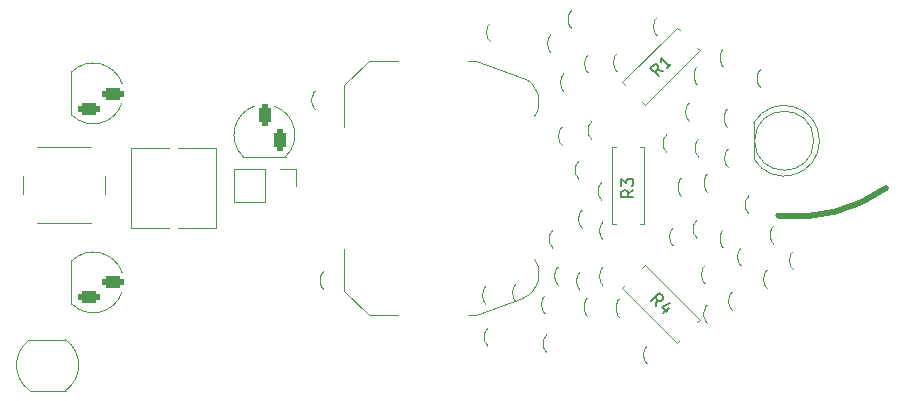
<source format=gto>
G04 #@! TF.GenerationSoftware,KiCad,Pcbnew,9.0.2-2.fc42*
G04 #@! TF.CreationDate,2025-06-29T00:33:01+02:00*
G04 #@! TF.ProjectId,hack_solder,6861636b-5f73-46f6-9c64-65722e6b6963,rev?*
G04 #@! TF.SameCoordinates,Original*
G04 #@! TF.FileFunction,Legend,Top*
G04 #@! TF.FilePolarity,Positive*
%FSLAX46Y46*%
G04 Gerber Fmt 4.6, Leading zero omitted, Abs format (unit mm)*
G04 Created by KiCad (PCBNEW 9.0.2-2.fc42) date 2025-06-29 00:33:01*
%MOMM*%
%LPD*%
G01*
G04 APERTURE LIST*
G04 Aperture macros list*
%AMRoundRect*
0 Rectangle with rounded corners*
0 $1 Rounding radius*
0 $2 $3 $4 $5 $6 $7 $8 $9 X,Y pos of 4 corners*
0 Add a 4 corners polygon primitive as box body*
4,1,4,$2,$3,$4,$5,$6,$7,$8,$9,$2,$3,0*
0 Add four circle primitives for the rounded corners*
1,1,$1+$1,$2,$3*
1,1,$1+$1,$4,$5*
1,1,$1+$1,$6,$7*
1,1,$1+$1,$8,$9*
0 Add four rect primitives between the rounded corners*
20,1,$1+$1,$2,$3,$4,$5,0*
20,1,$1+$1,$4,$5,$6,$7,0*
20,1,$1+$1,$6,$7,$8,$9,0*
20,1,$1+$1,$8,$9,$2,$3,0*%
G04 Aperture macros list end*
%ADD10C,0.500000*%
%ADD11C,0.100000*%
%ADD12C,0.150000*%
%ADD13C,0.120000*%
%ADD14C,1.440000*%
%ADD15C,7.000000*%
%ADD16C,1.600000*%
%ADD17R,5.080000X1.270000*%
%ADD18C,17.800000*%
%ADD19C,1.500000*%
%ADD20C,2.000000*%
%ADD21R,1.800000X1.100000*%
%ADD22RoundRect,0.275000X-0.625000X0.275000X-0.625000X-0.275000X0.625000X-0.275000X0.625000X0.275000X0*%
%ADD23R,1.100000X1.800000*%
%ADD24RoundRect,0.275000X-0.275000X-0.625000X0.275000X-0.625000X0.275000X0.625000X-0.275000X0.625000X0*%
%ADD25R,1.700000X1.700000*%
%ADD26C,1.700000*%
%ADD27R,1.800000X1.800000*%
%ADD28C,1.800000*%
G04 APERTURE END LIST*
D10*
X87350000Y-50000000D02*
G75*
G02*
X78230115Y-52336102I-7600000J10700000D01*
G01*
D11*
X67926785Y-37053371D02*
X67879166Y-37005752D01*
X67879166Y-37005752D02*
X67783928Y-36862895D01*
X67783928Y-36862895D02*
X67736309Y-36767657D01*
X67736309Y-36767657D02*
X67688690Y-36624800D01*
X67688690Y-36624800D02*
X67641071Y-36386704D01*
X67641071Y-36386704D02*
X67641071Y-36196228D01*
X67641071Y-36196228D02*
X67688690Y-35958133D01*
X67688690Y-35958133D02*
X67736309Y-35815276D01*
X67736309Y-35815276D02*
X67783928Y-35720038D01*
X67783928Y-35720038D02*
X67879166Y-35577180D01*
X67879166Y-35577180D02*
X67926785Y-35529561D01*
X62039598Y-60803371D02*
X61991979Y-60755752D01*
X61991979Y-60755752D02*
X61896741Y-60612895D01*
X61896741Y-60612895D02*
X61849122Y-60517657D01*
X61849122Y-60517657D02*
X61801503Y-60374800D01*
X61801503Y-60374800D02*
X61753884Y-60136704D01*
X61753884Y-60136704D02*
X61753884Y-59946228D01*
X61753884Y-59946228D02*
X61801503Y-59708133D01*
X61801503Y-59708133D02*
X61849122Y-59565276D01*
X61849122Y-59565276D02*
X61896741Y-59470038D01*
X61896741Y-59470038D02*
X61991979Y-59327180D01*
X61991979Y-59327180D02*
X62039598Y-59279561D01*
X58589598Y-63903371D02*
X58541979Y-63855752D01*
X58541979Y-63855752D02*
X58446741Y-63712895D01*
X58446741Y-63712895D02*
X58399122Y-63617657D01*
X58399122Y-63617657D02*
X58351503Y-63474800D01*
X58351503Y-63474800D02*
X58303884Y-63236704D01*
X58303884Y-63236704D02*
X58303884Y-63046228D01*
X58303884Y-63046228D02*
X58351503Y-62808133D01*
X58351503Y-62808133D02*
X58399122Y-62665276D01*
X58399122Y-62665276D02*
X58446741Y-62570038D01*
X58446741Y-62570038D02*
X58541979Y-62427180D01*
X58541979Y-62427180D02*
X58589598Y-62379561D01*
X53589598Y-63353371D02*
X53541979Y-63305752D01*
X53541979Y-63305752D02*
X53446741Y-63162895D01*
X53446741Y-63162895D02*
X53399122Y-63067657D01*
X53399122Y-63067657D02*
X53351503Y-62924800D01*
X53351503Y-62924800D02*
X53303884Y-62686704D01*
X53303884Y-62686704D02*
X53303884Y-62496228D01*
X53303884Y-62496228D02*
X53351503Y-62258133D01*
X53351503Y-62258133D02*
X53399122Y-62115276D01*
X53399122Y-62115276D02*
X53446741Y-62020038D01*
X53446741Y-62020038D02*
X53541979Y-61877180D01*
X53541979Y-61877180D02*
X53589598Y-61829561D01*
X72176497Y-61402797D02*
X72128878Y-61355178D01*
X72128878Y-61355178D02*
X72033640Y-61212321D01*
X72033640Y-61212321D02*
X71986021Y-61117083D01*
X71986021Y-61117083D02*
X71938402Y-60974226D01*
X71938402Y-60974226D02*
X71890783Y-60736130D01*
X71890783Y-60736130D02*
X71890783Y-60545654D01*
X71890783Y-60545654D02*
X71938402Y-60307559D01*
X71938402Y-60307559D02*
X71986021Y-60164702D01*
X71986021Y-60164702D02*
X72033640Y-60069464D01*
X72033640Y-60069464D02*
X72128878Y-59926606D01*
X72128878Y-59926606D02*
X72176497Y-59878987D01*
X62089598Y-40203371D02*
X62041979Y-40155752D01*
X62041979Y-40155752D02*
X61946741Y-40012895D01*
X61946741Y-40012895D02*
X61899122Y-39917657D01*
X61899122Y-39917657D02*
X61851503Y-39774800D01*
X61851503Y-39774800D02*
X61803884Y-39536704D01*
X61803884Y-39536704D02*
X61803884Y-39346228D01*
X61803884Y-39346228D02*
X61851503Y-39108133D01*
X61851503Y-39108133D02*
X61899122Y-38965276D01*
X61899122Y-38965276D02*
X61946741Y-38870038D01*
X61946741Y-38870038D02*
X62041979Y-38727180D01*
X62041979Y-38727180D02*
X62089598Y-38679561D01*
X69989598Y-50653371D02*
X69941979Y-50605752D01*
X69941979Y-50605752D02*
X69846741Y-50462895D01*
X69846741Y-50462895D02*
X69799122Y-50367657D01*
X69799122Y-50367657D02*
X69751503Y-50224800D01*
X69751503Y-50224800D02*
X69703884Y-49986704D01*
X69703884Y-49986704D02*
X69703884Y-49796228D01*
X69703884Y-49796228D02*
X69751503Y-49558133D01*
X69751503Y-49558133D02*
X69799122Y-49415276D01*
X69799122Y-49415276D02*
X69846741Y-49320038D01*
X69846741Y-49320038D02*
X69941979Y-49177180D01*
X69941979Y-49177180D02*
X69989598Y-49129561D01*
X71339598Y-41203371D02*
X71291979Y-41155752D01*
X71291979Y-41155752D02*
X71196741Y-41012895D01*
X71196741Y-41012895D02*
X71149122Y-40917657D01*
X71149122Y-40917657D02*
X71101503Y-40774800D01*
X71101503Y-40774800D02*
X71053884Y-40536704D01*
X71053884Y-40536704D02*
X71053884Y-40346228D01*
X71053884Y-40346228D02*
X71101503Y-40108133D01*
X71101503Y-40108133D02*
X71149122Y-39965276D01*
X71149122Y-39965276D02*
X71196741Y-39870038D01*
X71196741Y-39870038D02*
X71291979Y-39727180D01*
X71291979Y-39727180D02*
X71339598Y-39679561D01*
X68739598Y-46953371D02*
X68691979Y-46905752D01*
X68691979Y-46905752D02*
X68596741Y-46762895D01*
X68596741Y-46762895D02*
X68549122Y-46667657D01*
X68549122Y-46667657D02*
X68501503Y-46524800D01*
X68501503Y-46524800D02*
X68453884Y-46286704D01*
X68453884Y-46286704D02*
X68453884Y-46096228D01*
X68453884Y-46096228D02*
X68501503Y-45858133D01*
X68501503Y-45858133D02*
X68549122Y-45715276D01*
X68549122Y-45715276D02*
X68596741Y-45620038D01*
X68596741Y-45620038D02*
X68691979Y-45477180D01*
X68691979Y-45477180D02*
X68739598Y-45429561D01*
X63239598Y-51003371D02*
X63191979Y-50955752D01*
X63191979Y-50955752D02*
X63096741Y-50812895D01*
X63096741Y-50812895D02*
X63049122Y-50717657D01*
X63049122Y-50717657D02*
X63001503Y-50574800D01*
X63001503Y-50574800D02*
X62953884Y-50336704D01*
X62953884Y-50336704D02*
X62953884Y-50146228D01*
X62953884Y-50146228D02*
X63001503Y-49908133D01*
X63001503Y-49908133D02*
X63049122Y-49765276D01*
X63049122Y-49765276D02*
X63096741Y-49670038D01*
X63096741Y-49670038D02*
X63191979Y-49527180D01*
X63191979Y-49527180D02*
X63239598Y-49479561D01*
X58439598Y-60603371D02*
X58391979Y-60555752D01*
X58391979Y-60555752D02*
X58296741Y-60412895D01*
X58296741Y-60412895D02*
X58249122Y-60317657D01*
X58249122Y-60317657D02*
X58201503Y-60174800D01*
X58201503Y-60174800D02*
X58153884Y-59936704D01*
X58153884Y-59936704D02*
X58153884Y-59746228D01*
X58153884Y-59746228D02*
X58201503Y-59508133D01*
X58201503Y-59508133D02*
X58249122Y-59365276D01*
X58249122Y-59365276D02*
X58296741Y-59270038D01*
X58296741Y-59270038D02*
X58391979Y-59127180D01*
X58391979Y-59127180D02*
X58439598Y-59079561D01*
X55989598Y-59593371D02*
X55941979Y-59545752D01*
X55941979Y-59545752D02*
X55846741Y-59402895D01*
X55846741Y-59402895D02*
X55799122Y-59307657D01*
X55799122Y-59307657D02*
X55751503Y-59164800D01*
X55751503Y-59164800D02*
X55703884Y-58926704D01*
X55703884Y-58926704D02*
X55703884Y-58736228D01*
X55703884Y-58736228D02*
X55751503Y-58498133D01*
X55751503Y-58498133D02*
X55799122Y-58355276D01*
X55799122Y-58355276D02*
X55846741Y-58260038D01*
X55846741Y-58260038D02*
X55941979Y-58117180D01*
X55941979Y-58117180D02*
X55989598Y-58069561D01*
X58939598Y-38503371D02*
X58891979Y-38455752D01*
X58891979Y-38455752D02*
X58796741Y-38312895D01*
X58796741Y-38312895D02*
X58749122Y-38217657D01*
X58749122Y-38217657D02*
X58701503Y-38074800D01*
X58701503Y-38074800D02*
X58653884Y-37836704D01*
X58653884Y-37836704D02*
X58653884Y-37646228D01*
X58653884Y-37646228D02*
X58701503Y-37408133D01*
X58701503Y-37408133D02*
X58749122Y-37265276D01*
X58749122Y-37265276D02*
X58796741Y-37170038D01*
X58796741Y-37170038D02*
X58891979Y-37027180D01*
X58891979Y-37027180D02*
X58939598Y-36979561D01*
X77789598Y-54703371D02*
X77741979Y-54655752D01*
X77741979Y-54655752D02*
X77646741Y-54512895D01*
X77646741Y-54512895D02*
X77599122Y-54417657D01*
X77599122Y-54417657D02*
X77551503Y-54274800D01*
X77551503Y-54274800D02*
X77503884Y-54036704D01*
X77503884Y-54036704D02*
X77503884Y-53846228D01*
X77503884Y-53846228D02*
X77551503Y-53608133D01*
X77551503Y-53608133D02*
X77599122Y-53465276D01*
X77599122Y-53465276D02*
X77646741Y-53370038D01*
X77646741Y-53370038D02*
X77741979Y-53227180D01*
X77741979Y-53227180D02*
X77789598Y-53179561D01*
X63339598Y-54353371D02*
X63291979Y-54305752D01*
X63291979Y-54305752D02*
X63196741Y-54162895D01*
X63196741Y-54162895D02*
X63149122Y-54067657D01*
X63149122Y-54067657D02*
X63101503Y-53924800D01*
X63101503Y-53924800D02*
X63053884Y-53686704D01*
X63053884Y-53686704D02*
X63053884Y-53496228D01*
X63053884Y-53496228D02*
X63101503Y-53258133D01*
X63101503Y-53258133D02*
X63149122Y-53115276D01*
X63149122Y-53115276D02*
X63196741Y-53020038D01*
X63196741Y-53020038D02*
X63291979Y-52877180D01*
X63291979Y-52877180D02*
X63339598Y-52829561D01*
X64739598Y-60903371D02*
X64691979Y-60855752D01*
X64691979Y-60855752D02*
X64596741Y-60712895D01*
X64596741Y-60712895D02*
X64549122Y-60617657D01*
X64549122Y-60617657D02*
X64501503Y-60474800D01*
X64501503Y-60474800D02*
X64453884Y-60236704D01*
X64453884Y-60236704D02*
X64453884Y-60046228D01*
X64453884Y-60046228D02*
X64501503Y-59808133D01*
X64501503Y-59808133D02*
X64549122Y-59665276D01*
X64549122Y-59665276D02*
X64596741Y-59570038D01*
X64596741Y-59570038D02*
X64691979Y-59427180D01*
X64691979Y-59427180D02*
X64739598Y-59379561D01*
X73539598Y-55003371D02*
X73491979Y-54955752D01*
X73491979Y-54955752D02*
X73396741Y-54812895D01*
X73396741Y-54812895D02*
X73349122Y-54717657D01*
X73349122Y-54717657D02*
X73301503Y-54574800D01*
X73301503Y-54574800D02*
X73253884Y-54336704D01*
X73253884Y-54336704D02*
X73253884Y-54146228D01*
X73253884Y-54146228D02*
X73301503Y-53908133D01*
X73301503Y-53908133D02*
X73349122Y-53765276D01*
X73349122Y-53765276D02*
X73396741Y-53670038D01*
X73396741Y-53670038D02*
X73491979Y-53527180D01*
X73491979Y-53527180D02*
X73539598Y-53479561D01*
X71439598Y-47353371D02*
X71391979Y-47305752D01*
X71391979Y-47305752D02*
X71296741Y-47162895D01*
X71296741Y-47162895D02*
X71249122Y-47067657D01*
X71249122Y-47067657D02*
X71201503Y-46924800D01*
X71201503Y-46924800D02*
X71153884Y-46686704D01*
X71153884Y-46686704D02*
X71153884Y-46496228D01*
X71153884Y-46496228D02*
X71201503Y-46258133D01*
X71201503Y-46258133D02*
X71249122Y-46115276D01*
X71249122Y-46115276D02*
X71296741Y-46020038D01*
X71296741Y-46020038D02*
X71391979Y-45877180D01*
X71391979Y-45877180D02*
X71439598Y-45829561D01*
X71989598Y-58053371D02*
X71941979Y-58005752D01*
X71941979Y-58005752D02*
X71846741Y-57862895D01*
X71846741Y-57862895D02*
X71799122Y-57767657D01*
X71799122Y-57767657D02*
X71751503Y-57624800D01*
X71751503Y-57624800D02*
X71703884Y-57386704D01*
X71703884Y-57386704D02*
X71703884Y-57196228D01*
X71703884Y-57196228D02*
X71751503Y-56958133D01*
X71751503Y-56958133D02*
X71799122Y-56815276D01*
X71799122Y-56815276D02*
X71846741Y-56720038D01*
X71846741Y-56720038D02*
X71941979Y-56577180D01*
X71941979Y-56577180D02*
X71989598Y-56529561D01*
X59089598Y-55053371D02*
X59041979Y-55005752D01*
X59041979Y-55005752D02*
X58946741Y-54862895D01*
X58946741Y-54862895D02*
X58899122Y-54767657D01*
X58899122Y-54767657D02*
X58851503Y-54624800D01*
X58851503Y-54624800D02*
X58803884Y-54386704D01*
X58803884Y-54386704D02*
X58803884Y-54196228D01*
X58803884Y-54196228D02*
X58851503Y-53958133D01*
X58851503Y-53958133D02*
X58899122Y-53815276D01*
X58899122Y-53815276D02*
X58946741Y-53720038D01*
X58946741Y-53720038D02*
X59041979Y-53577180D01*
X59041979Y-53577180D02*
X59089598Y-53529561D01*
X73539598Y-39703371D02*
X73491979Y-39655752D01*
X73491979Y-39655752D02*
X73396741Y-39512895D01*
X73396741Y-39512895D02*
X73349122Y-39417657D01*
X73349122Y-39417657D02*
X73301503Y-39274800D01*
X73301503Y-39274800D02*
X73253884Y-39036704D01*
X73253884Y-39036704D02*
X73253884Y-38846228D01*
X73253884Y-38846228D02*
X73301503Y-38608133D01*
X73301503Y-38608133D02*
X73349122Y-38465276D01*
X73349122Y-38465276D02*
X73396741Y-38370038D01*
X73396741Y-38370038D02*
X73491979Y-38227180D01*
X73491979Y-38227180D02*
X73539598Y-38179561D01*
X69289598Y-54853371D02*
X69241979Y-54805752D01*
X69241979Y-54805752D02*
X69146741Y-54662895D01*
X69146741Y-54662895D02*
X69099122Y-54567657D01*
X69099122Y-54567657D02*
X69051503Y-54424800D01*
X69051503Y-54424800D02*
X69003884Y-54186704D01*
X69003884Y-54186704D02*
X69003884Y-53996228D01*
X69003884Y-53996228D02*
X69051503Y-53758133D01*
X69051503Y-53758133D02*
X69099122Y-53615276D01*
X69099122Y-53615276D02*
X69146741Y-53520038D01*
X69146741Y-53520038D02*
X69241979Y-53377180D01*
X69241979Y-53377180D02*
X69289598Y-53329561D01*
X38989598Y-43303371D02*
X38941979Y-43255752D01*
X38941979Y-43255752D02*
X38846741Y-43112895D01*
X38846741Y-43112895D02*
X38799122Y-43017657D01*
X38799122Y-43017657D02*
X38751503Y-42874800D01*
X38751503Y-42874800D02*
X38703884Y-42636704D01*
X38703884Y-42636704D02*
X38703884Y-42446228D01*
X38703884Y-42446228D02*
X38751503Y-42208133D01*
X38751503Y-42208133D02*
X38799122Y-42065276D01*
X38799122Y-42065276D02*
X38846741Y-41970038D01*
X38846741Y-41970038D02*
X38941979Y-41827180D01*
X38941979Y-41827180D02*
X38989598Y-41779561D01*
X61589598Y-53353371D02*
X61541979Y-53305752D01*
X61541979Y-53305752D02*
X61446741Y-53162895D01*
X61446741Y-53162895D02*
X61399122Y-53067657D01*
X61399122Y-53067657D02*
X61351503Y-52924800D01*
X61351503Y-52924800D02*
X61303884Y-52686704D01*
X61303884Y-52686704D02*
X61303884Y-52496228D01*
X61303884Y-52496228D02*
X61351503Y-52258133D01*
X61351503Y-52258133D02*
X61399122Y-52115276D01*
X61399122Y-52115276D02*
X61446741Y-52020038D01*
X61446741Y-52020038D02*
X61541979Y-51877180D01*
X61541979Y-51877180D02*
X61589598Y-51829561D01*
X61389598Y-58603371D02*
X61341979Y-58555752D01*
X61341979Y-58555752D02*
X61246741Y-58412895D01*
X61246741Y-58412895D02*
X61199122Y-58317657D01*
X61199122Y-58317657D02*
X61151503Y-58174800D01*
X61151503Y-58174800D02*
X61103884Y-57936704D01*
X61103884Y-57936704D02*
X61103884Y-57746228D01*
X61103884Y-57746228D02*
X61151503Y-57508133D01*
X61151503Y-57508133D02*
X61199122Y-57365276D01*
X61199122Y-57365276D02*
X61246741Y-57270038D01*
X61246741Y-57270038D02*
X61341979Y-57127180D01*
X61341979Y-57127180D02*
X61389598Y-57079561D01*
X71289598Y-54203371D02*
X71241979Y-54155752D01*
X71241979Y-54155752D02*
X71146741Y-54012895D01*
X71146741Y-54012895D02*
X71099122Y-53917657D01*
X71099122Y-53917657D02*
X71051503Y-53774800D01*
X71051503Y-53774800D02*
X71003884Y-53536704D01*
X71003884Y-53536704D02*
X71003884Y-53346228D01*
X71003884Y-53346228D02*
X71051503Y-53108133D01*
X71051503Y-53108133D02*
X71099122Y-52965276D01*
X71099122Y-52965276D02*
X71146741Y-52870038D01*
X71146741Y-52870038D02*
X71241979Y-52727180D01*
X71241979Y-52727180D02*
X71289598Y-52679561D01*
X53789598Y-37553371D02*
X53741979Y-37505752D01*
X53741979Y-37505752D02*
X53646741Y-37362895D01*
X53646741Y-37362895D02*
X53599122Y-37267657D01*
X53599122Y-37267657D02*
X53551503Y-37124800D01*
X53551503Y-37124800D02*
X53503884Y-36886704D01*
X53503884Y-36886704D02*
X53503884Y-36696228D01*
X53503884Y-36696228D02*
X53551503Y-36458133D01*
X53551503Y-36458133D02*
X53599122Y-36315276D01*
X53599122Y-36315276D02*
X53646741Y-36220038D01*
X53646741Y-36220038D02*
X53741979Y-36077180D01*
X53741979Y-36077180D02*
X53789598Y-36029561D01*
X72189598Y-50303371D02*
X72141979Y-50255752D01*
X72141979Y-50255752D02*
X72046741Y-50112895D01*
X72046741Y-50112895D02*
X71999122Y-50017657D01*
X71999122Y-50017657D02*
X71951503Y-49874800D01*
X71951503Y-49874800D02*
X71903884Y-49636704D01*
X71903884Y-49636704D02*
X71903884Y-49446228D01*
X71903884Y-49446228D02*
X71951503Y-49208133D01*
X71951503Y-49208133D02*
X71999122Y-49065276D01*
X71999122Y-49065276D02*
X72046741Y-48970038D01*
X72046741Y-48970038D02*
X72141979Y-48827180D01*
X72141979Y-48827180D02*
X72189598Y-48779561D01*
X75689598Y-52153371D02*
X75641979Y-52105752D01*
X75641979Y-52105752D02*
X75546741Y-51962895D01*
X75546741Y-51962895D02*
X75499122Y-51867657D01*
X75499122Y-51867657D02*
X75451503Y-51724800D01*
X75451503Y-51724800D02*
X75403884Y-51486704D01*
X75403884Y-51486704D02*
X75403884Y-51296228D01*
X75403884Y-51296228D02*
X75451503Y-51058133D01*
X75451503Y-51058133D02*
X75499122Y-50915276D01*
X75499122Y-50915276D02*
X75546741Y-50820038D01*
X75546741Y-50820038D02*
X75641979Y-50677180D01*
X75641979Y-50677180D02*
X75689598Y-50629561D01*
X39689598Y-58553371D02*
X39641979Y-58505752D01*
X39641979Y-58505752D02*
X39546741Y-58362895D01*
X39546741Y-58362895D02*
X39499122Y-58267657D01*
X39499122Y-58267657D02*
X39451503Y-58124800D01*
X39451503Y-58124800D02*
X39403884Y-57886704D01*
X39403884Y-57886704D02*
X39403884Y-57696228D01*
X39403884Y-57696228D02*
X39451503Y-57458133D01*
X39451503Y-57458133D02*
X39499122Y-57315276D01*
X39499122Y-57315276D02*
X39546741Y-57220038D01*
X39546741Y-57220038D02*
X39641979Y-57077180D01*
X39641979Y-57077180D02*
X39689598Y-57029561D01*
X77239598Y-58453371D02*
X77191979Y-58405752D01*
X77191979Y-58405752D02*
X77096741Y-58262895D01*
X77096741Y-58262895D02*
X77049122Y-58167657D01*
X77049122Y-58167657D02*
X77001503Y-58024800D01*
X77001503Y-58024800D02*
X76953884Y-57786704D01*
X76953884Y-57786704D02*
X76953884Y-57596228D01*
X76953884Y-57596228D02*
X77001503Y-57358133D01*
X77001503Y-57358133D02*
X77049122Y-57215276D01*
X77049122Y-57215276D02*
X77096741Y-57120038D01*
X77096741Y-57120038D02*
X77191979Y-56977180D01*
X77191979Y-56977180D02*
X77239598Y-56929561D01*
X64539598Y-40103371D02*
X64491979Y-40055752D01*
X64491979Y-40055752D02*
X64396741Y-39912895D01*
X64396741Y-39912895D02*
X64349122Y-39817657D01*
X64349122Y-39817657D02*
X64301503Y-39674800D01*
X64301503Y-39674800D02*
X64253884Y-39436704D01*
X64253884Y-39436704D02*
X64253884Y-39246228D01*
X64253884Y-39246228D02*
X64301503Y-39008133D01*
X64301503Y-39008133D02*
X64349122Y-38865276D01*
X64349122Y-38865276D02*
X64396741Y-38770038D01*
X64396741Y-38770038D02*
X64491979Y-38627180D01*
X64491979Y-38627180D02*
X64539598Y-38579561D01*
X53439598Y-59803371D02*
X53391979Y-59755752D01*
X53391979Y-59755752D02*
X53296741Y-59612895D01*
X53296741Y-59612895D02*
X53249122Y-59517657D01*
X53249122Y-59517657D02*
X53201503Y-59374800D01*
X53201503Y-59374800D02*
X53153884Y-59136704D01*
X53153884Y-59136704D02*
X53153884Y-58946228D01*
X53153884Y-58946228D02*
X53201503Y-58708133D01*
X53201503Y-58708133D02*
X53249122Y-58565276D01*
X53249122Y-58565276D02*
X53296741Y-58470038D01*
X53296741Y-58470038D02*
X53391979Y-58327180D01*
X53391979Y-58327180D02*
X53439598Y-58279561D01*
X73939598Y-48203371D02*
X73891979Y-48155752D01*
X73891979Y-48155752D02*
X73796741Y-48012895D01*
X73796741Y-48012895D02*
X73749122Y-47917657D01*
X73749122Y-47917657D02*
X73701503Y-47774800D01*
X73701503Y-47774800D02*
X73653884Y-47536704D01*
X73653884Y-47536704D02*
X73653884Y-47346228D01*
X73653884Y-47346228D02*
X73701503Y-47108133D01*
X73701503Y-47108133D02*
X73749122Y-46965276D01*
X73749122Y-46965276D02*
X73796741Y-46870038D01*
X73796741Y-46870038D02*
X73891979Y-46727180D01*
X73891979Y-46727180D02*
X73939598Y-46679561D01*
X60689598Y-36453371D02*
X60641979Y-36405752D01*
X60641979Y-36405752D02*
X60546741Y-36262895D01*
X60546741Y-36262895D02*
X60499122Y-36167657D01*
X60499122Y-36167657D02*
X60451503Y-36024800D01*
X60451503Y-36024800D02*
X60403884Y-35786704D01*
X60403884Y-35786704D02*
X60403884Y-35596228D01*
X60403884Y-35596228D02*
X60451503Y-35358133D01*
X60451503Y-35358133D02*
X60499122Y-35215276D01*
X60499122Y-35215276D02*
X60546741Y-35120038D01*
X60546741Y-35120038D02*
X60641979Y-34977180D01*
X60641979Y-34977180D02*
X60689598Y-34929561D01*
X79439598Y-56853371D02*
X79391979Y-56805752D01*
X79391979Y-56805752D02*
X79296741Y-56662895D01*
X79296741Y-56662895D02*
X79249122Y-56567657D01*
X79249122Y-56567657D02*
X79201503Y-56424800D01*
X79201503Y-56424800D02*
X79153884Y-56186704D01*
X79153884Y-56186704D02*
X79153884Y-55996228D01*
X79153884Y-55996228D02*
X79201503Y-55758133D01*
X79201503Y-55758133D02*
X79249122Y-55615276D01*
X79249122Y-55615276D02*
X79296741Y-55520038D01*
X79296741Y-55520038D02*
X79391979Y-55377180D01*
X79391979Y-55377180D02*
X79439598Y-55329561D01*
X74289598Y-60303371D02*
X74241979Y-60255752D01*
X74241979Y-60255752D02*
X74146741Y-60112895D01*
X74146741Y-60112895D02*
X74099122Y-60017657D01*
X74099122Y-60017657D02*
X74051503Y-59874800D01*
X74051503Y-59874800D02*
X74003884Y-59636704D01*
X74003884Y-59636704D02*
X74003884Y-59446228D01*
X74003884Y-59446228D02*
X74051503Y-59208133D01*
X74051503Y-59208133D02*
X74099122Y-59065276D01*
X74099122Y-59065276D02*
X74146741Y-58970038D01*
X74146741Y-58970038D02*
X74241979Y-58827180D01*
X74241979Y-58827180D02*
X74289598Y-58779561D01*
X61289598Y-49203371D02*
X61241979Y-49155752D01*
X61241979Y-49155752D02*
X61146741Y-49012895D01*
X61146741Y-49012895D02*
X61099122Y-48917657D01*
X61099122Y-48917657D02*
X61051503Y-48774800D01*
X61051503Y-48774800D02*
X61003884Y-48536704D01*
X61003884Y-48536704D02*
X61003884Y-48346228D01*
X61003884Y-48346228D02*
X61051503Y-48108133D01*
X61051503Y-48108133D02*
X61099122Y-47965276D01*
X61099122Y-47965276D02*
X61146741Y-47870038D01*
X61146741Y-47870038D02*
X61241979Y-47727180D01*
X61241979Y-47727180D02*
X61289598Y-47679561D01*
X76689598Y-41453371D02*
X76641979Y-41405752D01*
X76641979Y-41405752D02*
X76546741Y-41262895D01*
X76546741Y-41262895D02*
X76499122Y-41167657D01*
X76499122Y-41167657D02*
X76451503Y-41024800D01*
X76451503Y-41024800D02*
X76403884Y-40786704D01*
X76403884Y-40786704D02*
X76403884Y-40596228D01*
X76403884Y-40596228D02*
X76451503Y-40358133D01*
X76451503Y-40358133D02*
X76499122Y-40215276D01*
X76499122Y-40215276D02*
X76546741Y-40120038D01*
X76546741Y-40120038D02*
X76641979Y-39977180D01*
X76641979Y-39977180D02*
X76689598Y-39929561D01*
X59889598Y-46353371D02*
X59841979Y-46305752D01*
X59841979Y-46305752D02*
X59746741Y-46162895D01*
X59746741Y-46162895D02*
X59699122Y-46067657D01*
X59699122Y-46067657D02*
X59651503Y-45924800D01*
X59651503Y-45924800D02*
X59603884Y-45686704D01*
X59603884Y-45686704D02*
X59603884Y-45496228D01*
X59603884Y-45496228D02*
X59651503Y-45258133D01*
X59651503Y-45258133D02*
X59699122Y-45115276D01*
X59699122Y-45115276D02*
X59746741Y-45020038D01*
X59746741Y-45020038D02*
X59841979Y-44877180D01*
X59841979Y-44877180D02*
X59889598Y-44829561D01*
X73889598Y-44803371D02*
X73841979Y-44755752D01*
X73841979Y-44755752D02*
X73746741Y-44612895D01*
X73746741Y-44612895D02*
X73699122Y-44517657D01*
X73699122Y-44517657D02*
X73651503Y-44374800D01*
X73651503Y-44374800D02*
X73603884Y-44136704D01*
X73603884Y-44136704D02*
X73603884Y-43946228D01*
X73603884Y-43946228D02*
X73651503Y-43708133D01*
X73651503Y-43708133D02*
X73699122Y-43565276D01*
X73699122Y-43565276D02*
X73746741Y-43470038D01*
X73746741Y-43470038D02*
X73841979Y-43327180D01*
X73841979Y-43327180D02*
X73889598Y-43279561D01*
X62389598Y-45853371D02*
X62341979Y-45805752D01*
X62341979Y-45805752D02*
X62246741Y-45662895D01*
X62246741Y-45662895D02*
X62199122Y-45567657D01*
X62199122Y-45567657D02*
X62151503Y-45424800D01*
X62151503Y-45424800D02*
X62103884Y-45186704D01*
X62103884Y-45186704D02*
X62103884Y-44996228D01*
X62103884Y-44996228D02*
X62151503Y-44758133D01*
X62151503Y-44758133D02*
X62199122Y-44615276D01*
X62199122Y-44615276D02*
X62246741Y-44520038D01*
X62246741Y-44520038D02*
X62341979Y-44377180D01*
X62341979Y-44377180D02*
X62389598Y-44329561D01*
X63339598Y-58203371D02*
X63291979Y-58155752D01*
X63291979Y-58155752D02*
X63196741Y-58012895D01*
X63196741Y-58012895D02*
X63149122Y-57917657D01*
X63149122Y-57917657D02*
X63101503Y-57774800D01*
X63101503Y-57774800D02*
X63053884Y-57536704D01*
X63053884Y-57536704D02*
X63053884Y-57346228D01*
X63053884Y-57346228D02*
X63101503Y-57108133D01*
X63101503Y-57108133D02*
X63149122Y-56965276D01*
X63149122Y-56965276D02*
X63196741Y-56870038D01*
X63196741Y-56870038D02*
X63291979Y-56727180D01*
X63291979Y-56727180D02*
X63339598Y-56679561D01*
X75039598Y-56553371D02*
X74991979Y-56505752D01*
X74991979Y-56505752D02*
X74896741Y-56362895D01*
X74896741Y-56362895D02*
X74849122Y-56267657D01*
X74849122Y-56267657D02*
X74801503Y-56124800D01*
X74801503Y-56124800D02*
X74753884Y-55886704D01*
X74753884Y-55886704D02*
X74753884Y-55696228D01*
X74753884Y-55696228D02*
X74801503Y-55458133D01*
X74801503Y-55458133D02*
X74849122Y-55315276D01*
X74849122Y-55315276D02*
X74896741Y-55220038D01*
X74896741Y-55220038D02*
X74991979Y-55077180D01*
X74991979Y-55077180D02*
X75039598Y-55029561D01*
X70639598Y-44303371D02*
X70591979Y-44255752D01*
X70591979Y-44255752D02*
X70496741Y-44112895D01*
X70496741Y-44112895D02*
X70449122Y-44017657D01*
X70449122Y-44017657D02*
X70401503Y-43874800D01*
X70401503Y-43874800D02*
X70353884Y-43636704D01*
X70353884Y-43636704D02*
X70353884Y-43446228D01*
X70353884Y-43446228D02*
X70401503Y-43208133D01*
X70401503Y-43208133D02*
X70449122Y-43065276D01*
X70449122Y-43065276D02*
X70496741Y-42970038D01*
X70496741Y-42970038D02*
X70591979Y-42827180D01*
X70591979Y-42827180D02*
X70639598Y-42779561D01*
X59539598Y-58175025D02*
X59491979Y-58127406D01*
X59491979Y-58127406D02*
X59396741Y-57984549D01*
X59396741Y-57984549D02*
X59349122Y-57889311D01*
X59349122Y-57889311D02*
X59301503Y-57746454D01*
X59301503Y-57746454D02*
X59253884Y-57508358D01*
X59253884Y-57508358D02*
X59253884Y-57317882D01*
X59253884Y-57317882D02*
X59301503Y-57079787D01*
X59301503Y-57079787D02*
X59349122Y-56936930D01*
X59349122Y-56936930D02*
X59396741Y-56841692D01*
X59396741Y-56841692D02*
X59491979Y-56698834D01*
X59491979Y-56698834D02*
X59539598Y-56651215D01*
X67089598Y-64853371D02*
X67041979Y-64805752D01*
X67041979Y-64805752D02*
X66946741Y-64662895D01*
X66946741Y-64662895D02*
X66899122Y-64567657D01*
X66899122Y-64567657D02*
X66851503Y-64424800D01*
X66851503Y-64424800D02*
X66803884Y-64186704D01*
X66803884Y-64186704D02*
X66803884Y-63996228D01*
X66803884Y-63996228D02*
X66851503Y-63758133D01*
X66851503Y-63758133D02*
X66899122Y-63615276D01*
X66899122Y-63615276D02*
X66946741Y-63520038D01*
X66946741Y-63520038D02*
X67041979Y-63377180D01*
X67041979Y-63377180D02*
X67089598Y-63329561D01*
X60039598Y-41803371D02*
X59991979Y-41755752D01*
X59991979Y-41755752D02*
X59896741Y-41612895D01*
X59896741Y-41612895D02*
X59849122Y-41517657D01*
X59849122Y-41517657D02*
X59801503Y-41374800D01*
X59801503Y-41374800D02*
X59753884Y-41136704D01*
X59753884Y-41136704D02*
X59753884Y-40946228D01*
X59753884Y-40946228D02*
X59801503Y-40708133D01*
X59801503Y-40708133D02*
X59849122Y-40565276D01*
X59849122Y-40565276D02*
X59896741Y-40470038D01*
X59896741Y-40470038D02*
X59991979Y-40327180D01*
X59991979Y-40327180D02*
X60039598Y-40279561D01*
D12*
X65954819Y-50166666D02*
X65478628Y-50499999D01*
X65954819Y-50738094D02*
X64954819Y-50738094D01*
X64954819Y-50738094D02*
X64954819Y-50357142D01*
X64954819Y-50357142D02*
X65002438Y-50261904D01*
X65002438Y-50261904D02*
X65050057Y-50214285D01*
X65050057Y-50214285D02*
X65145295Y-50166666D01*
X65145295Y-50166666D02*
X65288152Y-50166666D01*
X65288152Y-50166666D02*
X65383390Y-50214285D01*
X65383390Y-50214285D02*
X65431009Y-50261904D01*
X65431009Y-50261904D02*
X65478628Y-50357142D01*
X65478628Y-50357142D02*
X65478628Y-50738094D01*
X64954819Y-49833332D02*
X64954819Y-49214285D01*
X64954819Y-49214285D02*
X65335771Y-49547618D01*
X65335771Y-49547618D02*
X65335771Y-49404761D01*
X65335771Y-49404761D02*
X65383390Y-49309523D01*
X65383390Y-49309523D02*
X65431009Y-49261904D01*
X65431009Y-49261904D02*
X65526247Y-49214285D01*
X65526247Y-49214285D02*
X65764342Y-49214285D01*
X65764342Y-49214285D02*
X65859580Y-49261904D01*
X65859580Y-49261904D02*
X65907200Y-49309523D01*
X65907200Y-49309523D02*
X65954819Y-49404761D01*
X65954819Y-49404761D02*
X65954819Y-49690475D01*
X65954819Y-49690475D02*
X65907200Y-49785713D01*
X65907200Y-49785713D02*
X65859580Y-49833332D01*
X68509677Y-40133533D02*
X67937258Y-40032518D01*
X68105616Y-40537594D02*
X67398510Y-39830487D01*
X67398510Y-39830487D02*
X67667884Y-39561113D01*
X67667884Y-39561113D02*
X67768899Y-39527441D01*
X67768899Y-39527441D02*
X67836242Y-39527441D01*
X67836242Y-39527441D02*
X67937258Y-39561113D01*
X67937258Y-39561113D02*
X68038273Y-39662128D01*
X68038273Y-39662128D02*
X68071945Y-39763144D01*
X68071945Y-39763144D02*
X68071945Y-39830487D01*
X68071945Y-39830487D02*
X68038273Y-39931502D01*
X68038273Y-39931502D02*
X67768899Y-40200876D01*
X69183112Y-39460098D02*
X68779051Y-39864159D01*
X68981082Y-39662128D02*
X68273975Y-38955022D01*
X68273975Y-38955022D02*
X68307647Y-39123380D01*
X68307647Y-39123380D02*
X68307647Y-39258067D01*
X68307647Y-39258067D02*
X68273975Y-39359083D01*
X67866466Y-60009677D02*
X67967481Y-59437258D01*
X67462405Y-59605616D02*
X68169512Y-58898510D01*
X68169512Y-58898510D02*
X68438886Y-59167884D01*
X68438886Y-59167884D02*
X68472558Y-59268899D01*
X68472558Y-59268899D02*
X68472558Y-59336242D01*
X68472558Y-59336242D02*
X68438886Y-59437258D01*
X68438886Y-59437258D02*
X68337871Y-59538273D01*
X68337871Y-59538273D02*
X68236855Y-59571945D01*
X68236855Y-59571945D02*
X68169512Y-59571945D01*
X68169512Y-59571945D02*
X68068497Y-59538273D01*
X68068497Y-59538273D02*
X67799123Y-59268899D01*
X68943962Y-60144364D02*
X68472558Y-60615769D01*
X69044977Y-59706632D02*
X68371542Y-60043349D01*
X68371542Y-60043349D02*
X68809275Y-60481082D01*
D13*
G04 #@! TO.C,RV1*
X23390000Y-46590000D02*
X23390000Y-53410000D01*
X23390000Y-46590000D02*
X26678000Y-46590000D01*
X23390000Y-53410000D02*
X26678000Y-53410000D01*
X27442000Y-46590000D02*
X30610000Y-46590000D01*
X27442000Y-53410000D02*
X30610000Y-53410000D01*
X30610000Y-46590000D02*
X30610000Y-53410000D01*
G04 #@! TO.C,R3*
X64130000Y-46540000D02*
X64130000Y-53080000D01*
X64130000Y-53080000D02*
X64460000Y-53080000D01*
X64460000Y-46540000D02*
X64130000Y-46540000D01*
X66540000Y-46540000D02*
X66870000Y-46540000D01*
X66870000Y-46540000D02*
X66870000Y-53080000D01*
X66870000Y-53080000D02*
X66540000Y-53080000D01*
G04 #@! TO.C,BT1*
X41460000Y-41300000D02*
X41460000Y-44800000D01*
X41460000Y-41300000D02*
X43540000Y-39220000D01*
X41460000Y-55200000D02*
X41460000Y-58700000D01*
X41460000Y-58700000D02*
X43540000Y-60780000D01*
X43540000Y-39220000D02*
X46000000Y-39220000D01*
X43540000Y-60780000D02*
X46000000Y-60780000D01*
X52000000Y-39220000D02*
X52630000Y-39220000D01*
X52000000Y-60780000D02*
X52630000Y-60780000D01*
X52630000Y-39220000D02*
X56580000Y-40660000D01*
X52630000Y-60780000D02*
X56580000Y-59340000D01*
X56588169Y-40674757D02*
G75*
G02*
X57550000Y-44000000I-738169J-2015243D01*
G01*
X57566530Y-56003354D02*
G75*
G02*
X56580000Y-59340000I-1716531J-1306646D01*
G01*
G04 #@! TO.C,R2*
X17900000Y-62850000D02*
X14850000Y-62850000D01*
X17900000Y-67150000D02*
X14850000Y-67150000D01*
X14850000Y-67150000D02*
G75*
G02*
X14805487Y-62881751I1500000J2150000D01*
G01*
X17900000Y-62850000D02*
G75*
G02*
X17878234Y-67165525I-1550000J-2150000D01*
G01*
G04 #@! TO.C,SW1*
X14250000Y-49000000D02*
X14250000Y-50500000D01*
X15500000Y-53000000D02*
X20000000Y-53000000D01*
X20000000Y-46500000D02*
X15500000Y-46500000D01*
X21250000Y-50500000D02*
X21250000Y-49000000D01*
G04 #@! TO.C,Q3*
X18380000Y-56200000D02*
X18380000Y-59800000D01*
X18387844Y-56188547D02*
G75*
G02*
X22680000Y-57180000I1842156J-1811453D01*
G01*
X22680000Y-58780000D02*
G75*
G02*
X18402316Y-59808445I-2450000J780000D01*
G01*
G04 #@! TO.C,R1*
X65024947Y-41037580D02*
X69649426Y-36413102D01*
X65258293Y-41270925D02*
X65024947Y-41037580D01*
X66729075Y-42741707D02*
X66962420Y-42975053D01*
X66962420Y-42975053D02*
X71586898Y-38350574D01*
X69649426Y-36413102D02*
X69882771Y-36646447D01*
X71586898Y-38350574D02*
X71353553Y-38117229D01*
G04 #@! TO.C,R4*
X65024948Y-58462420D02*
X65258293Y-58229075D01*
X66962420Y-56524948D02*
X66729075Y-56758293D01*
X69649426Y-63086899D02*
X65024948Y-58462420D01*
X69882771Y-62853553D02*
X69649426Y-63086899D01*
X71353553Y-61382771D02*
X71586899Y-61149426D01*
X71586899Y-61149426D02*
X66962420Y-56524948D01*
G04 #@! TO.C,Q2*
X32930000Y-47350000D02*
X36530000Y-47350000D01*
X32918547Y-47342156D02*
G75*
G02*
X33910000Y-43050000I1811453J1842156D01*
G01*
X35510000Y-43050000D02*
G75*
G02*
X36538445Y-47327684I-780000J-2450000D01*
G01*
G04 #@! TO.C,J1*
X32130000Y-48420000D02*
X32130000Y-51180000D01*
X34780000Y-48420000D02*
X32130000Y-48420000D01*
X34780000Y-48420000D02*
X34780000Y-51180000D01*
X34780000Y-51180000D02*
X32130000Y-51180000D01*
X36050000Y-48420000D02*
X37430000Y-48420000D01*
X37430000Y-48420000D02*
X37430000Y-49800000D01*
G04 #@! TO.C,D1*
X76170000Y-44455000D02*
X76170000Y-47545000D01*
X76170000Y-44455170D02*
G75*
G02*
X81720000Y-46000000I2560000J-1544830D01*
G01*
X81720000Y-46000000D02*
G75*
G02*
X76170000Y-47544830I-2990000J0D01*
G01*
X81230000Y-46000000D02*
G75*
G02*
X76230000Y-46000000I-2500000J0D01*
G01*
X76230000Y-46000000D02*
G75*
G02*
X81230000Y-46000000I2500000J0D01*
G01*
G04 #@! TO.C,Q1*
X18380000Y-40200000D02*
X18380000Y-43800000D01*
X18387844Y-40188547D02*
G75*
G02*
X22680000Y-41180000I1842156J-1811453D01*
G01*
X22680000Y-42780000D02*
G75*
G02*
X18402316Y-43808445I-2450000J780000D01*
G01*
G04 #@! TD*
%LPC*%
D14*
G04 #@! TO.C,RV1*
X27060000Y-52540000D03*
X29600000Y-50000000D03*
X27060000Y-47460000D03*
G04 #@! TD*
D15*
G04 #@! TO.C,REF\u002A\u002A*
X16500000Y-34500000D03*
G04 #@! TD*
D16*
G04 #@! TO.C,R3*
X65500000Y-46000000D03*
X65500000Y-53620000D03*
G04 #@! TD*
D17*
G04 #@! TO.C,BT1*
X49000000Y-60985000D03*
X49000000Y-39015000D03*
D18*
X49000000Y-50000000D03*
G04 #@! TD*
D19*
G04 #@! TO.C,R2*
X18050000Y-65000000D03*
X14650000Y-65000000D03*
G04 #@! TD*
D20*
G04 #@! TO.C,SW1*
X21000000Y-52000000D03*
X14500000Y-52000000D03*
X21000000Y-47500000D03*
X14500000Y-47500000D03*
G04 #@! TD*
D21*
G04 #@! TO.C,Q3*
X19830000Y-56730000D03*
D22*
X21900000Y-58000000D03*
X19830000Y-59270000D03*
G04 #@! TD*
D16*
G04 #@! TO.C,R1*
X65611846Y-42388154D03*
X71000000Y-37000000D03*
G04 #@! TD*
G04 #@! TO.C,R4*
X71000000Y-62500000D03*
X65611846Y-57111846D03*
G04 #@! TD*
D23*
G04 #@! TO.C,Q2*
X33460000Y-45900000D03*
D24*
X34730000Y-43830000D03*
X36000000Y-45900000D03*
G04 #@! TD*
D25*
G04 #@! TO.C,J1*
X36050000Y-49800000D03*
D26*
X33510000Y-49800000D03*
G04 #@! TD*
D27*
G04 #@! TO.C,D1*
X77460000Y-46000000D03*
D28*
X80000000Y-46000000D03*
G04 #@! TD*
D21*
G04 #@! TO.C,Q1*
X19830000Y-40730000D03*
D22*
X21900000Y-42000000D03*
X19830000Y-43270000D03*
G04 #@! TD*
D16*
G04 #@! TO.C,R5*
X63550000Y-36950000D03*
X55930000Y-36950000D03*
G04 #@! TD*
G04 #@! TO.C,R6*
X55880000Y-62900000D03*
X63500000Y-62900000D03*
G04 #@! TD*
G04 #@! TO.C,R7*
X38050000Y-55000000D03*
X30430000Y-55000000D03*
G04 #@! TD*
%LPD*%
M02*

</source>
